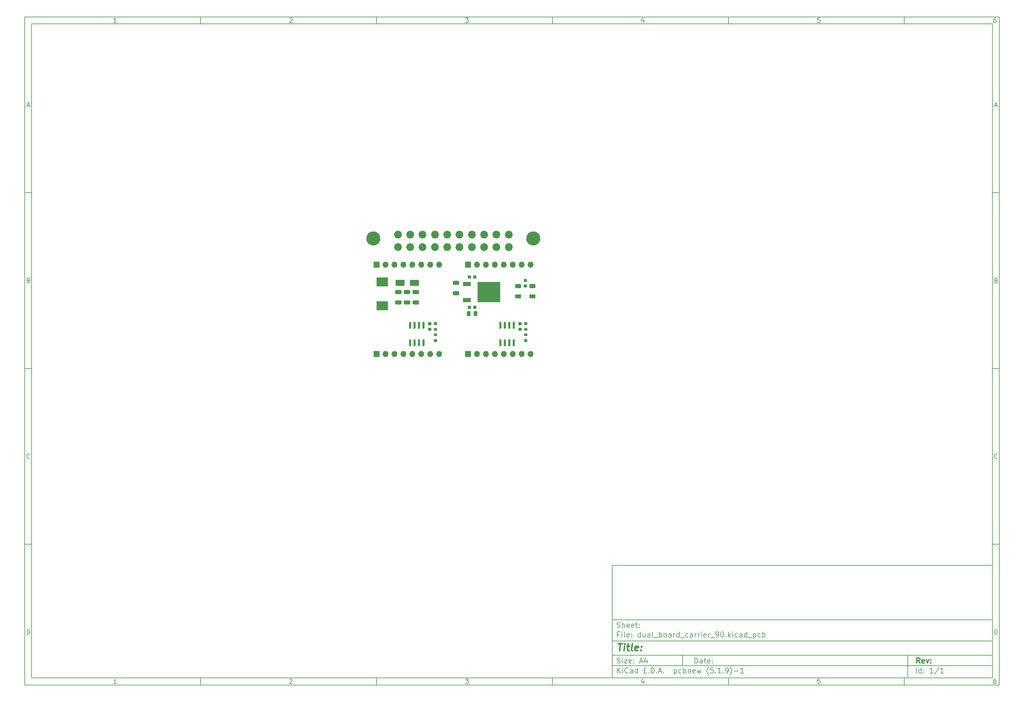
<source format=gbr>
%TF.GenerationSoftware,KiCad,Pcbnew,(5.1.9)-1*%
%TF.CreationDate,2021-02-06T18:14:13-06:00*%
%TF.ProjectId,dual_board_carrier_90,6475616c-5f62-46f6-9172-645f63617272,rev?*%
%TF.SameCoordinates,Original*%
%TF.FileFunction,Soldermask,Top*%
%TF.FilePolarity,Negative*%
%FSLAX46Y46*%
G04 Gerber Fmt 4.6, Leading zero omitted, Abs format (unit mm)*
G04 Created by KiCad (PCBNEW (5.1.9)-1) date 2021-02-06 18:14:13*
%MOMM*%
%LPD*%
G01*
G04 APERTURE LIST*
%ADD10C,0.100000*%
%ADD11C,0.150000*%
%ADD12C,0.300000*%
%ADD13C,0.400000*%
%ADD14R,6.400000X5.800000*%
%ADD15R,2.200000X1.200000*%
%ADD16O,1.700000X1.700000*%
%ADD17R,1.700000X1.700000*%
%ADD18R,2.500000X1.800000*%
%ADD19R,3.300000X2.500000*%
%ADD20C,2.200000*%
%ADD21C,4.000000*%
G04 APERTURE END LIST*
D10*
D11*
X177002200Y-166007200D02*
X177002200Y-198007200D01*
X285002200Y-198007200D01*
X285002200Y-166007200D01*
X177002200Y-166007200D01*
D10*
D11*
X10000000Y-10000000D02*
X10000000Y-200007200D01*
X287002200Y-200007200D01*
X287002200Y-10000000D01*
X10000000Y-10000000D01*
D10*
D11*
X12000000Y-12000000D02*
X12000000Y-198007200D01*
X285002200Y-198007200D01*
X285002200Y-12000000D01*
X12000000Y-12000000D01*
D10*
D11*
X60000000Y-12000000D02*
X60000000Y-10000000D01*
D10*
D11*
X110000000Y-12000000D02*
X110000000Y-10000000D01*
D10*
D11*
X160000000Y-12000000D02*
X160000000Y-10000000D01*
D10*
D11*
X210000000Y-12000000D02*
X210000000Y-10000000D01*
D10*
D11*
X260000000Y-12000000D02*
X260000000Y-10000000D01*
D10*
D11*
X36065476Y-11588095D02*
X35322619Y-11588095D01*
X35694047Y-11588095D02*
X35694047Y-10288095D01*
X35570238Y-10473809D01*
X35446428Y-10597619D01*
X35322619Y-10659523D01*
D10*
D11*
X85322619Y-10411904D02*
X85384523Y-10350000D01*
X85508333Y-10288095D01*
X85817857Y-10288095D01*
X85941666Y-10350000D01*
X86003571Y-10411904D01*
X86065476Y-10535714D01*
X86065476Y-10659523D01*
X86003571Y-10845238D01*
X85260714Y-11588095D01*
X86065476Y-11588095D01*
D10*
D11*
X135260714Y-10288095D02*
X136065476Y-10288095D01*
X135632142Y-10783333D01*
X135817857Y-10783333D01*
X135941666Y-10845238D01*
X136003571Y-10907142D01*
X136065476Y-11030952D01*
X136065476Y-11340476D01*
X136003571Y-11464285D01*
X135941666Y-11526190D01*
X135817857Y-11588095D01*
X135446428Y-11588095D01*
X135322619Y-11526190D01*
X135260714Y-11464285D01*
D10*
D11*
X185941666Y-10721428D02*
X185941666Y-11588095D01*
X185632142Y-10226190D02*
X185322619Y-11154761D01*
X186127380Y-11154761D01*
D10*
D11*
X236003571Y-10288095D02*
X235384523Y-10288095D01*
X235322619Y-10907142D01*
X235384523Y-10845238D01*
X235508333Y-10783333D01*
X235817857Y-10783333D01*
X235941666Y-10845238D01*
X236003571Y-10907142D01*
X236065476Y-11030952D01*
X236065476Y-11340476D01*
X236003571Y-11464285D01*
X235941666Y-11526190D01*
X235817857Y-11588095D01*
X235508333Y-11588095D01*
X235384523Y-11526190D01*
X235322619Y-11464285D01*
D10*
D11*
X285941666Y-10288095D02*
X285694047Y-10288095D01*
X285570238Y-10350000D01*
X285508333Y-10411904D01*
X285384523Y-10597619D01*
X285322619Y-10845238D01*
X285322619Y-11340476D01*
X285384523Y-11464285D01*
X285446428Y-11526190D01*
X285570238Y-11588095D01*
X285817857Y-11588095D01*
X285941666Y-11526190D01*
X286003571Y-11464285D01*
X286065476Y-11340476D01*
X286065476Y-11030952D01*
X286003571Y-10907142D01*
X285941666Y-10845238D01*
X285817857Y-10783333D01*
X285570238Y-10783333D01*
X285446428Y-10845238D01*
X285384523Y-10907142D01*
X285322619Y-11030952D01*
D10*
D11*
X60000000Y-198007200D02*
X60000000Y-200007200D01*
D10*
D11*
X110000000Y-198007200D02*
X110000000Y-200007200D01*
D10*
D11*
X160000000Y-198007200D02*
X160000000Y-200007200D01*
D10*
D11*
X210000000Y-198007200D02*
X210000000Y-200007200D01*
D10*
D11*
X260000000Y-198007200D02*
X260000000Y-200007200D01*
D10*
D11*
X36065476Y-199595295D02*
X35322619Y-199595295D01*
X35694047Y-199595295D02*
X35694047Y-198295295D01*
X35570238Y-198481009D01*
X35446428Y-198604819D01*
X35322619Y-198666723D01*
D10*
D11*
X85322619Y-198419104D02*
X85384523Y-198357200D01*
X85508333Y-198295295D01*
X85817857Y-198295295D01*
X85941666Y-198357200D01*
X86003571Y-198419104D01*
X86065476Y-198542914D01*
X86065476Y-198666723D01*
X86003571Y-198852438D01*
X85260714Y-199595295D01*
X86065476Y-199595295D01*
D10*
D11*
X135260714Y-198295295D02*
X136065476Y-198295295D01*
X135632142Y-198790533D01*
X135817857Y-198790533D01*
X135941666Y-198852438D01*
X136003571Y-198914342D01*
X136065476Y-199038152D01*
X136065476Y-199347676D01*
X136003571Y-199471485D01*
X135941666Y-199533390D01*
X135817857Y-199595295D01*
X135446428Y-199595295D01*
X135322619Y-199533390D01*
X135260714Y-199471485D01*
D10*
D11*
X185941666Y-198728628D02*
X185941666Y-199595295D01*
X185632142Y-198233390D02*
X185322619Y-199161961D01*
X186127380Y-199161961D01*
D10*
D11*
X236003571Y-198295295D02*
X235384523Y-198295295D01*
X235322619Y-198914342D01*
X235384523Y-198852438D01*
X235508333Y-198790533D01*
X235817857Y-198790533D01*
X235941666Y-198852438D01*
X236003571Y-198914342D01*
X236065476Y-199038152D01*
X236065476Y-199347676D01*
X236003571Y-199471485D01*
X235941666Y-199533390D01*
X235817857Y-199595295D01*
X235508333Y-199595295D01*
X235384523Y-199533390D01*
X235322619Y-199471485D01*
D10*
D11*
X285941666Y-198295295D02*
X285694047Y-198295295D01*
X285570238Y-198357200D01*
X285508333Y-198419104D01*
X285384523Y-198604819D01*
X285322619Y-198852438D01*
X285322619Y-199347676D01*
X285384523Y-199471485D01*
X285446428Y-199533390D01*
X285570238Y-199595295D01*
X285817857Y-199595295D01*
X285941666Y-199533390D01*
X286003571Y-199471485D01*
X286065476Y-199347676D01*
X286065476Y-199038152D01*
X286003571Y-198914342D01*
X285941666Y-198852438D01*
X285817857Y-198790533D01*
X285570238Y-198790533D01*
X285446428Y-198852438D01*
X285384523Y-198914342D01*
X285322619Y-199038152D01*
D10*
D11*
X10000000Y-60000000D02*
X12000000Y-60000000D01*
D10*
D11*
X10000000Y-110000000D02*
X12000000Y-110000000D01*
D10*
D11*
X10000000Y-160000000D02*
X12000000Y-160000000D01*
D10*
D11*
X10690476Y-35216666D02*
X11309523Y-35216666D01*
X10566666Y-35588095D02*
X11000000Y-34288095D01*
X11433333Y-35588095D01*
D10*
D11*
X11092857Y-84907142D02*
X11278571Y-84969047D01*
X11340476Y-85030952D01*
X11402380Y-85154761D01*
X11402380Y-85340476D01*
X11340476Y-85464285D01*
X11278571Y-85526190D01*
X11154761Y-85588095D01*
X10659523Y-85588095D01*
X10659523Y-84288095D01*
X11092857Y-84288095D01*
X11216666Y-84350000D01*
X11278571Y-84411904D01*
X11340476Y-84535714D01*
X11340476Y-84659523D01*
X11278571Y-84783333D01*
X11216666Y-84845238D01*
X11092857Y-84907142D01*
X10659523Y-84907142D01*
D10*
D11*
X11402380Y-135464285D02*
X11340476Y-135526190D01*
X11154761Y-135588095D01*
X11030952Y-135588095D01*
X10845238Y-135526190D01*
X10721428Y-135402380D01*
X10659523Y-135278571D01*
X10597619Y-135030952D01*
X10597619Y-134845238D01*
X10659523Y-134597619D01*
X10721428Y-134473809D01*
X10845238Y-134350000D01*
X11030952Y-134288095D01*
X11154761Y-134288095D01*
X11340476Y-134350000D01*
X11402380Y-134411904D01*
D10*
D11*
X10659523Y-185588095D02*
X10659523Y-184288095D01*
X10969047Y-184288095D01*
X11154761Y-184350000D01*
X11278571Y-184473809D01*
X11340476Y-184597619D01*
X11402380Y-184845238D01*
X11402380Y-185030952D01*
X11340476Y-185278571D01*
X11278571Y-185402380D01*
X11154761Y-185526190D01*
X10969047Y-185588095D01*
X10659523Y-185588095D01*
D10*
D11*
X287002200Y-60000000D02*
X285002200Y-60000000D01*
D10*
D11*
X287002200Y-110000000D02*
X285002200Y-110000000D01*
D10*
D11*
X287002200Y-160000000D02*
X285002200Y-160000000D01*
D10*
D11*
X285692676Y-35216666D02*
X286311723Y-35216666D01*
X285568866Y-35588095D02*
X286002200Y-34288095D01*
X286435533Y-35588095D01*
D10*
D11*
X286095057Y-84907142D02*
X286280771Y-84969047D01*
X286342676Y-85030952D01*
X286404580Y-85154761D01*
X286404580Y-85340476D01*
X286342676Y-85464285D01*
X286280771Y-85526190D01*
X286156961Y-85588095D01*
X285661723Y-85588095D01*
X285661723Y-84288095D01*
X286095057Y-84288095D01*
X286218866Y-84350000D01*
X286280771Y-84411904D01*
X286342676Y-84535714D01*
X286342676Y-84659523D01*
X286280771Y-84783333D01*
X286218866Y-84845238D01*
X286095057Y-84907142D01*
X285661723Y-84907142D01*
D10*
D11*
X286404580Y-135464285D02*
X286342676Y-135526190D01*
X286156961Y-135588095D01*
X286033152Y-135588095D01*
X285847438Y-135526190D01*
X285723628Y-135402380D01*
X285661723Y-135278571D01*
X285599819Y-135030952D01*
X285599819Y-134845238D01*
X285661723Y-134597619D01*
X285723628Y-134473809D01*
X285847438Y-134350000D01*
X286033152Y-134288095D01*
X286156961Y-134288095D01*
X286342676Y-134350000D01*
X286404580Y-134411904D01*
D10*
D11*
X285661723Y-185588095D02*
X285661723Y-184288095D01*
X285971247Y-184288095D01*
X286156961Y-184350000D01*
X286280771Y-184473809D01*
X286342676Y-184597619D01*
X286404580Y-184845238D01*
X286404580Y-185030952D01*
X286342676Y-185278571D01*
X286280771Y-185402380D01*
X286156961Y-185526190D01*
X285971247Y-185588095D01*
X285661723Y-185588095D01*
D10*
D11*
X200434342Y-193785771D02*
X200434342Y-192285771D01*
X200791485Y-192285771D01*
X201005771Y-192357200D01*
X201148628Y-192500057D01*
X201220057Y-192642914D01*
X201291485Y-192928628D01*
X201291485Y-193142914D01*
X201220057Y-193428628D01*
X201148628Y-193571485D01*
X201005771Y-193714342D01*
X200791485Y-193785771D01*
X200434342Y-193785771D01*
X202577200Y-193785771D02*
X202577200Y-193000057D01*
X202505771Y-192857200D01*
X202362914Y-192785771D01*
X202077200Y-192785771D01*
X201934342Y-192857200D01*
X202577200Y-193714342D02*
X202434342Y-193785771D01*
X202077200Y-193785771D01*
X201934342Y-193714342D01*
X201862914Y-193571485D01*
X201862914Y-193428628D01*
X201934342Y-193285771D01*
X202077200Y-193214342D01*
X202434342Y-193214342D01*
X202577200Y-193142914D01*
X203077200Y-192785771D02*
X203648628Y-192785771D01*
X203291485Y-192285771D02*
X203291485Y-193571485D01*
X203362914Y-193714342D01*
X203505771Y-193785771D01*
X203648628Y-193785771D01*
X204720057Y-193714342D02*
X204577200Y-193785771D01*
X204291485Y-193785771D01*
X204148628Y-193714342D01*
X204077200Y-193571485D01*
X204077200Y-193000057D01*
X204148628Y-192857200D01*
X204291485Y-192785771D01*
X204577200Y-192785771D01*
X204720057Y-192857200D01*
X204791485Y-193000057D01*
X204791485Y-193142914D01*
X204077200Y-193285771D01*
X205434342Y-193642914D02*
X205505771Y-193714342D01*
X205434342Y-193785771D01*
X205362914Y-193714342D01*
X205434342Y-193642914D01*
X205434342Y-193785771D01*
X205434342Y-192857200D02*
X205505771Y-192928628D01*
X205434342Y-193000057D01*
X205362914Y-192928628D01*
X205434342Y-192857200D01*
X205434342Y-193000057D01*
D10*
D11*
X177002200Y-194507200D02*
X285002200Y-194507200D01*
D10*
D11*
X178434342Y-196585771D02*
X178434342Y-195085771D01*
X179291485Y-196585771D02*
X178648628Y-195728628D01*
X179291485Y-195085771D02*
X178434342Y-195942914D01*
X179934342Y-196585771D02*
X179934342Y-195585771D01*
X179934342Y-195085771D02*
X179862914Y-195157200D01*
X179934342Y-195228628D01*
X180005771Y-195157200D01*
X179934342Y-195085771D01*
X179934342Y-195228628D01*
X181505771Y-196442914D02*
X181434342Y-196514342D01*
X181220057Y-196585771D01*
X181077200Y-196585771D01*
X180862914Y-196514342D01*
X180720057Y-196371485D01*
X180648628Y-196228628D01*
X180577200Y-195942914D01*
X180577200Y-195728628D01*
X180648628Y-195442914D01*
X180720057Y-195300057D01*
X180862914Y-195157200D01*
X181077200Y-195085771D01*
X181220057Y-195085771D01*
X181434342Y-195157200D01*
X181505771Y-195228628D01*
X182791485Y-196585771D02*
X182791485Y-195800057D01*
X182720057Y-195657200D01*
X182577200Y-195585771D01*
X182291485Y-195585771D01*
X182148628Y-195657200D01*
X182791485Y-196514342D02*
X182648628Y-196585771D01*
X182291485Y-196585771D01*
X182148628Y-196514342D01*
X182077200Y-196371485D01*
X182077200Y-196228628D01*
X182148628Y-196085771D01*
X182291485Y-196014342D01*
X182648628Y-196014342D01*
X182791485Y-195942914D01*
X184148628Y-196585771D02*
X184148628Y-195085771D01*
X184148628Y-196514342D02*
X184005771Y-196585771D01*
X183720057Y-196585771D01*
X183577200Y-196514342D01*
X183505771Y-196442914D01*
X183434342Y-196300057D01*
X183434342Y-195871485D01*
X183505771Y-195728628D01*
X183577200Y-195657200D01*
X183720057Y-195585771D01*
X184005771Y-195585771D01*
X184148628Y-195657200D01*
X186005771Y-195800057D02*
X186505771Y-195800057D01*
X186720057Y-196585771D02*
X186005771Y-196585771D01*
X186005771Y-195085771D01*
X186720057Y-195085771D01*
X187362914Y-196442914D02*
X187434342Y-196514342D01*
X187362914Y-196585771D01*
X187291485Y-196514342D01*
X187362914Y-196442914D01*
X187362914Y-196585771D01*
X188077200Y-196585771D02*
X188077200Y-195085771D01*
X188434342Y-195085771D01*
X188648628Y-195157200D01*
X188791485Y-195300057D01*
X188862914Y-195442914D01*
X188934342Y-195728628D01*
X188934342Y-195942914D01*
X188862914Y-196228628D01*
X188791485Y-196371485D01*
X188648628Y-196514342D01*
X188434342Y-196585771D01*
X188077200Y-196585771D01*
X189577200Y-196442914D02*
X189648628Y-196514342D01*
X189577200Y-196585771D01*
X189505771Y-196514342D01*
X189577200Y-196442914D01*
X189577200Y-196585771D01*
X190220057Y-196157200D02*
X190934342Y-196157200D01*
X190077200Y-196585771D02*
X190577200Y-195085771D01*
X191077200Y-196585771D01*
X191577200Y-196442914D02*
X191648628Y-196514342D01*
X191577200Y-196585771D01*
X191505771Y-196514342D01*
X191577200Y-196442914D01*
X191577200Y-196585771D01*
X194577200Y-195585771D02*
X194577200Y-197085771D01*
X194577200Y-195657200D02*
X194720057Y-195585771D01*
X195005771Y-195585771D01*
X195148628Y-195657200D01*
X195220057Y-195728628D01*
X195291485Y-195871485D01*
X195291485Y-196300057D01*
X195220057Y-196442914D01*
X195148628Y-196514342D01*
X195005771Y-196585771D01*
X194720057Y-196585771D01*
X194577200Y-196514342D01*
X196577200Y-196514342D02*
X196434342Y-196585771D01*
X196148628Y-196585771D01*
X196005771Y-196514342D01*
X195934342Y-196442914D01*
X195862914Y-196300057D01*
X195862914Y-195871485D01*
X195934342Y-195728628D01*
X196005771Y-195657200D01*
X196148628Y-195585771D01*
X196434342Y-195585771D01*
X196577200Y-195657200D01*
X197220057Y-196585771D02*
X197220057Y-195085771D01*
X197220057Y-195657200D02*
X197362914Y-195585771D01*
X197648628Y-195585771D01*
X197791485Y-195657200D01*
X197862914Y-195728628D01*
X197934342Y-195871485D01*
X197934342Y-196300057D01*
X197862914Y-196442914D01*
X197791485Y-196514342D01*
X197648628Y-196585771D01*
X197362914Y-196585771D01*
X197220057Y-196514342D01*
X198577200Y-195585771D02*
X198577200Y-196585771D01*
X198577200Y-195728628D02*
X198648628Y-195657200D01*
X198791485Y-195585771D01*
X199005771Y-195585771D01*
X199148628Y-195657200D01*
X199220057Y-195800057D01*
X199220057Y-196585771D01*
X200505771Y-196514342D02*
X200362914Y-196585771D01*
X200077200Y-196585771D01*
X199934342Y-196514342D01*
X199862914Y-196371485D01*
X199862914Y-195800057D01*
X199934342Y-195657200D01*
X200077200Y-195585771D01*
X200362914Y-195585771D01*
X200505771Y-195657200D01*
X200577200Y-195800057D01*
X200577200Y-195942914D01*
X199862914Y-196085771D01*
X201077200Y-195585771D02*
X201362914Y-196585771D01*
X201648628Y-195871485D01*
X201934342Y-196585771D01*
X202220057Y-195585771D01*
X204362914Y-197157200D02*
X204291485Y-197085771D01*
X204148628Y-196871485D01*
X204077200Y-196728628D01*
X204005771Y-196514342D01*
X203934342Y-196157200D01*
X203934342Y-195871485D01*
X204005771Y-195514342D01*
X204077200Y-195300057D01*
X204148628Y-195157200D01*
X204291485Y-194942914D01*
X204362914Y-194871485D01*
X205648628Y-195085771D02*
X204934342Y-195085771D01*
X204862914Y-195800057D01*
X204934342Y-195728628D01*
X205077200Y-195657200D01*
X205434342Y-195657200D01*
X205577200Y-195728628D01*
X205648628Y-195800057D01*
X205720057Y-195942914D01*
X205720057Y-196300057D01*
X205648628Y-196442914D01*
X205577200Y-196514342D01*
X205434342Y-196585771D01*
X205077200Y-196585771D01*
X204934342Y-196514342D01*
X204862914Y-196442914D01*
X206362914Y-196442914D02*
X206434342Y-196514342D01*
X206362914Y-196585771D01*
X206291485Y-196514342D01*
X206362914Y-196442914D01*
X206362914Y-196585771D01*
X207862914Y-196585771D02*
X207005771Y-196585771D01*
X207434342Y-196585771D02*
X207434342Y-195085771D01*
X207291485Y-195300057D01*
X207148628Y-195442914D01*
X207005771Y-195514342D01*
X208505771Y-196442914D02*
X208577200Y-196514342D01*
X208505771Y-196585771D01*
X208434342Y-196514342D01*
X208505771Y-196442914D01*
X208505771Y-196585771D01*
X209291485Y-196585771D02*
X209577200Y-196585771D01*
X209720057Y-196514342D01*
X209791485Y-196442914D01*
X209934342Y-196228628D01*
X210005771Y-195942914D01*
X210005771Y-195371485D01*
X209934342Y-195228628D01*
X209862914Y-195157200D01*
X209720057Y-195085771D01*
X209434342Y-195085771D01*
X209291485Y-195157200D01*
X209220057Y-195228628D01*
X209148628Y-195371485D01*
X209148628Y-195728628D01*
X209220057Y-195871485D01*
X209291485Y-195942914D01*
X209434342Y-196014342D01*
X209720057Y-196014342D01*
X209862914Y-195942914D01*
X209934342Y-195871485D01*
X210005771Y-195728628D01*
X210505771Y-197157200D02*
X210577200Y-197085771D01*
X210720057Y-196871485D01*
X210791485Y-196728628D01*
X210862914Y-196514342D01*
X210934342Y-196157200D01*
X210934342Y-195871485D01*
X210862914Y-195514342D01*
X210791485Y-195300057D01*
X210720057Y-195157200D01*
X210577200Y-194942914D01*
X210505771Y-194871485D01*
X211648628Y-196014342D02*
X212791485Y-196014342D01*
X214291485Y-196585771D02*
X213434342Y-196585771D01*
X213862914Y-196585771D02*
X213862914Y-195085771D01*
X213720057Y-195300057D01*
X213577200Y-195442914D01*
X213434342Y-195514342D01*
D10*
D11*
X177002200Y-191507200D02*
X285002200Y-191507200D01*
D10*
D12*
X264411485Y-193785771D02*
X263911485Y-193071485D01*
X263554342Y-193785771D02*
X263554342Y-192285771D01*
X264125771Y-192285771D01*
X264268628Y-192357200D01*
X264340057Y-192428628D01*
X264411485Y-192571485D01*
X264411485Y-192785771D01*
X264340057Y-192928628D01*
X264268628Y-193000057D01*
X264125771Y-193071485D01*
X263554342Y-193071485D01*
X265625771Y-193714342D02*
X265482914Y-193785771D01*
X265197200Y-193785771D01*
X265054342Y-193714342D01*
X264982914Y-193571485D01*
X264982914Y-193000057D01*
X265054342Y-192857200D01*
X265197200Y-192785771D01*
X265482914Y-192785771D01*
X265625771Y-192857200D01*
X265697200Y-193000057D01*
X265697200Y-193142914D01*
X264982914Y-193285771D01*
X266197200Y-192785771D02*
X266554342Y-193785771D01*
X266911485Y-192785771D01*
X267482914Y-193642914D02*
X267554342Y-193714342D01*
X267482914Y-193785771D01*
X267411485Y-193714342D01*
X267482914Y-193642914D01*
X267482914Y-193785771D01*
X267482914Y-192857200D02*
X267554342Y-192928628D01*
X267482914Y-193000057D01*
X267411485Y-192928628D01*
X267482914Y-192857200D01*
X267482914Y-193000057D01*
D10*
D11*
X178362914Y-193714342D02*
X178577200Y-193785771D01*
X178934342Y-193785771D01*
X179077200Y-193714342D01*
X179148628Y-193642914D01*
X179220057Y-193500057D01*
X179220057Y-193357200D01*
X179148628Y-193214342D01*
X179077200Y-193142914D01*
X178934342Y-193071485D01*
X178648628Y-193000057D01*
X178505771Y-192928628D01*
X178434342Y-192857200D01*
X178362914Y-192714342D01*
X178362914Y-192571485D01*
X178434342Y-192428628D01*
X178505771Y-192357200D01*
X178648628Y-192285771D01*
X179005771Y-192285771D01*
X179220057Y-192357200D01*
X179862914Y-193785771D02*
X179862914Y-192785771D01*
X179862914Y-192285771D02*
X179791485Y-192357200D01*
X179862914Y-192428628D01*
X179934342Y-192357200D01*
X179862914Y-192285771D01*
X179862914Y-192428628D01*
X180434342Y-192785771D02*
X181220057Y-192785771D01*
X180434342Y-193785771D01*
X181220057Y-193785771D01*
X182362914Y-193714342D02*
X182220057Y-193785771D01*
X181934342Y-193785771D01*
X181791485Y-193714342D01*
X181720057Y-193571485D01*
X181720057Y-193000057D01*
X181791485Y-192857200D01*
X181934342Y-192785771D01*
X182220057Y-192785771D01*
X182362914Y-192857200D01*
X182434342Y-193000057D01*
X182434342Y-193142914D01*
X181720057Y-193285771D01*
X183077200Y-193642914D02*
X183148628Y-193714342D01*
X183077200Y-193785771D01*
X183005771Y-193714342D01*
X183077200Y-193642914D01*
X183077200Y-193785771D01*
X183077200Y-192857200D02*
X183148628Y-192928628D01*
X183077200Y-193000057D01*
X183005771Y-192928628D01*
X183077200Y-192857200D01*
X183077200Y-193000057D01*
X184862914Y-193357200D02*
X185577200Y-193357200D01*
X184720057Y-193785771D02*
X185220057Y-192285771D01*
X185720057Y-193785771D01*
X186862914Y-192785771D02*
X186862914Y-193785771D01*
X186505771Y-192214342D02*
X186148628Y-193285771D01*
X187077200Y-193285771D01*
D10*
D11*
X263434342Y-196585771D02*
X263434342Y-195085771D01*
X264791485Y-196585771D02*
X264791485Y-195085771D01*
X264791485Y-196514342D02*
X264648628Y-196585771D01*
X264362914Y-196585771D01*
X264220057Y-196514342D01*
X264148628Y-196442914D01*
X264077200Y-196300057D01*
X264077200Y-195871485D01*
X264148628Y-195728628D01*
X264220057Y-195657200D01*
X264362914Y-195585771D01*
X264648628Y-195585771D01*
X264791485Y-195657200D01*
X265505771Y-196442914D02*
X265577200Y-196514342D01*
X265505771Y-196585771D01*
X265434342Y-196514342D01*
X265505771Y-196442914D01*
X265505771Y-196585771D01*
X265505771Y-195657200D02*
X265577200Y-195728628D01*
X265505771Y-195800057D01*
X265434342Y-195728628D01*
X265505771Y-195657200D01*
X265505771Y-195800057D01*
X268148628Y-196585771D02*
X267291485Y-196585771D01*
X267720057Y-196585771D02*
X267720057Y-195085771D01*
X267577200Y-195300057D01*
X267434342Y-195442914D01*
X267291485Y-195514342D01*
X269862914Y-195014342D02*
X268577200Y-196942914D01*
X271148628Y-196585771D02*
X270291485Y-196585771D01*
X270720057Y-196585771D02*
X270720057Y-195085771D01*
X270577200Y-195300057D01*
X270434342Y-195442914D01*
X270291485Y-195514342D01*
D10*
D11*
X177002200Y-187507200D02*
X285002200Y-187507200D01*
D10*
D13*
X178714580Y-188211961D02*
X179857438Y-188211961D01*
X179036009Y-190211961D02*
X179286009Y-188211961D01*
X180274104Y-190211961D02*
X180440771Y-188878628D01*
X180524104Y-188211961D02*
X180416961Y-188307200D01*
X180500295Y-188402438D01*
X180607438Y-188307200D01*
X180524104Y-188211961D01*
X180500295Y-188402438D01*
X181107438Y-188878628D02*
X181869342Y-188878628D01*
X181476485Y-188211961D02*
X181262200Y-189926247D01*
X181333628Y-190116723D01*
X181512200Y-190211961D01*
X181702676Y-190211961D01*
X182655057Y-190211961D02*
X182476485Y-190116723D01*
X182405057Y-189926247D01*
X182619342Y-188211961D01*
X184190771Y-190116723D02*
X183988390Y-190211961D01*
X183607438Y-190211961D01*
X183428866Y-190116723D01*
X183357438Y-189926247D01*
X183452676Y-189164342D01*
X183571723Y-188973866D01*
X183774104Y-188878628D01*
X184155057Y-188878628D01*
X184333628Y-188973866D01*
X184405057Y-189164342D01*
X184381247Y-189354819D01*
X183405057Y-189545295D01*
X185155057Y-190021485D02*
X185238390Y-190116723D01*
X185131247Y-190211961D01*
X185047914Y-190116723D01*
X185155057Y-190021485D01*
X185131247Y-190211961D01*
X185286009Y-188973866D02*
X185369342Y-189069104D01*
X185262200Y-189164342D01*
X185178866Y-189069104D01*
X185286009Y-188973866D01*
X185262200Y-189164342D01*
D10*
D11*
X178934342Y-185600057D02*
X178434342Y-185600057D01*
X178434342Y-186385771D02*
X178434342Y-184885771D01*
X179148628Y-184885771D01*
X179720057Y-186385771D02*
X179720057Y-185385771D01*
X179720057Y-184885771D02*
X179648628Y-184957200D01*
X179720057Y-185028628D01*
X179791485Y-184957200D01*
X179720057Y-184885771D01*
X179720057Y-185028628D01*
X180648628Y-186385771D02*
X180505771Y-186314342D01*
X180434342Y-186171485D01*
X180434342Y-184885771D01*
X181791485Y-186314342D02*
X181648628Y-186385771D01*
X181362914Y-186385771D01*
X181220057Y-186314342D01*
X181148628Y-186171485D01*
X181148628Y-185600057D01*
X181220057Y-185457200D01*
X181362914Y-185385771D01*
X181648628Y-185385771D01*
X181791485Y-185457200D01*
X181862914Y-185600057D01*
X181862914Y-185742914D01*
X181148628Y-185885771D01*
X182505771Y-186242914D02*
X182577200Y-186314342D01*
X182505771Y-186385771D01*
X182434342Y-186314342D01*
X182505771Y-186242914D01*
X182505771Y-186385771D01*
X182505771Y-185457200D02*
X182577200Y-185528628D01*
X182505771Y-185600057D01*
X182434342Y-185528628D01*
X182505771Y-185457200D01*
X182505771Y-185600057D01*
X185005771Y-186385771D02*
X185005771Y-184885771D01*
X185005771Y-186314342D02*
X184862914Y-186385771D01*
X184577200Y-186385771D01*
X184434342Y-186314342D01*
X184362914Y-186242914D01*
X184291485Y-186100057D01*
X184291485Y-185671485D01*
X184362914Y-185528628D01*
X184434342Y-185457200D01*
X184577200Y-185385771D01*
X184862914Y-185385771D01*
X185005771Y-185457200D01*
X186362914Y-185385771D02*
X186362914Y-186385771D01*
X185720057Y-185385771D02*
X185720057Y-186171485D01*
X185791485Y-186314342D01*
X185934342Y-186385771D01*
X186148628Y-186385771D01*
X186291485Y-186314342D01*
X186362914Y-186242914D01*
X187720057Y-186385771D02*
X187720057Y-185600057D01*
X187648628Y-185457200D01*
X187505771Y-185385771D01*
X187220057Y-185385771D01*
X187077200Y-185457200D01*
X187720057Y-186314342D02*
X187577200Y-186385771D01*
X187220057Y-186385771D01*
X187077200Y-186314342D01*
X187005771Y-186171485D01*
X187005771Y-186028628D01*
X187077200Y-185885771D01*
X187220057Y-185814342D01*
X187577200Y-185814342D01*
X187720057Y-185742914D01*
X188648628Y-186385771D02*
X188505771Y-186314342D01*
X188434342Y-186171485D01*
X188434342Y-184885771D01*
X188862914Y-186528628D02*
X190005771Y-186528628D01*
X190362914Y-186385771D02*
X190362914Y-184885771D01*
X190362914Y-185457200D02*
X190505771Y-185385771D01*
X190791485Y-185385771D01*
X190934342Y-185457200D01*
X191005771Y-185528628D01*
X191077200Y-185671485D01*
X191077200Y-186100057D01*
X191005771Y-186242914D01*
X190934342Y-186314342D01*
X190791485Y-186385771D01*
X190505771Y-186385771D01*
X190362914Y-186314342D01*
X191934342Y-186385771D02*
X191791485Y-186314342D01*
X191720057Y-186242914D01*
X191648628Y-186100057D01*
X191648628Y-185671485D01*
X191720057Y-185528628D01*
X191791485Y-185457200D01*
X191934342Y-185385771D01*
X192148628Y-185385771D01*
X192291485Y-185457200D01*
X192362914Y-185528628D01*
X192434342Y-185671485D01*
X192434342Y-186100057D01*
X192362914Y-186242914D01*
X192291485Y-186314342D01*
X192148628Y-186385771D01*
X191934342Y-186385771D01*
X193720057Y-186385771D02*
X193720057Y-185600057D01*
X193648628Y-185457200D01*
X193505771Y-185385771D01*
X193220057Y-185385771D01*
X193077200Y-185457200D01*
X193720057Y-186314342D02*
X193577200Y-186385771D01*
X193220057Y-186385771D01*
X193077200Y-186314342D01*
X193005771Y-186171485D01*
X193005771Y-186028628D01*
X193077200Y-185885771D01*
X193220057Y-185814342D01*
X193577200Y-185814342D01*
X193720057Y-185742914D01*
X194434342Y-186385771D02*
X194434342Y-185385771D01*
X194434342Y-185671485D02*
X194505771Y-185528628D01*
X194577200Y-185457200D01*
X194720057Y-185385771D01*
X194862914Y-185385771D01*
X196005771Y-186385771D02*
X196005771Y-184885771D01*
X196005771Y-186314342D02*
X195862914Y-186385771D01*
X195577200Y-186385771D01*
X195434342Y-186314342D01*
X195362914Y-186242914D01*
X195291485Y-186100057D01*
X195291485Y-185671485D01*
X195362914Y-185528628D01*
X195434342Y-185457200D01*
X195577200Y-185385771D01*
X195862914Y-185385771D01*
X196005771Y-185457200D01*
X196362914Y-186528628D02*
X197505771Y-186528628D01*
X198505771Y-186314342D02*
X198362914Y-186385771D01*
X198077200Y-186385771D01*
X197934342Y-186314342D01*
X197862914Y-186242914D01*
X197791485Y-186100057D01*
X197791485Y-185671485D01*
X197862914Y-185528628D01*
X197934342Y-185457200D01*
X198077200Y-185385771D01*
X198362914Y-185385771D01*
X198505771Y-185457200D01*
X199791485Y-186385771D02*
X199791485Y-185600057D01*
X199720057Y-185457200D01*
X199577200Y-185385771D01*
X199291485Y-185385771D01*
X199148628Y-185457200D01*
X199791485Y-186314342D02*
X199648628Y-186385771D01*
X199291485Y-186385771D01*
X199148628Y-186314342D01*
X199077200Y-186171485D01*
X199077200Y-186028628D01*
X199148628Y-185885771D01*
X199291485Y-185814342D01*
X199648628Y-185814342D01*
X199791485Y-185742914D01*
X200505771Y-186385771D02*
X200505771Y-185385771D01*
X200505771Y-185671485D02*
X200577200Y-185528628D01*
X200648628Y-185457200D01*
X200791485Y-185385771D01*
X200934342Y-185385771D01*
X201434342Y-186385771D02*
X201434342Y-185385771D01*
X201434342Y-185671485D02*
X201505771Y-185528628D01*
X201577200Y-185457200D01*
X201720057Y-185385771D01*
X201862914Y-185385771D01*
X202362914Y-186385771D02*
X202362914Y-185385771D01*
X202362914Y-184885771D02*
X202291485Y-184957200D01*
X202362914Y-185028628D01*
X202434342Y-184957200D01*
X202362914Y-184885771D01*
X202362914Y-185028628D01*
X203648628Y-186314342D02*
X203505771Y-186385771D01*
X203220057Y-186385771D01*
X203077200Y-186314342D01*
X203005771Y-186171485D01*
X203005771Y-185600057D01*
X203077200Y-185457200D01*
X203220057Y-185385771D01*
X203505771Y-185385771D01*
X203648628Y-185457200D01*
X203720057Y-185600057D01*
X203720057Y-185742914D01*
X203005771Y-185885771D01*
X204362914Y-186385771D02*
X204362914Y-185385771D01*
X204362914Y-185671485D02*
X204434342Y-185528628D01*
X204505771Y-185457200D01*
X204648628Y-185385771D01*
X204791485Y-185385771D01*
X204934342Y-186528628D02*
X206077200Y-186528628D01*
X206505771Y-186385771D02*
X206791485Y-186385771D01*
X206934342Y-186314342D01*
X207005771Y-186242914D01*
X207148628Y-186028628D01*
X207220057Y-185742914D01*
X207220057Y-185171485D01*
X207148628Y-185028628D01*
X207077200Y-184957200D01*
X206934342Y-184885771D01*
X206648628Y-184885771D01*
X206505771Y-184957200D01*
X206434342Y-185028628D01*
X206362914Y-185171485D01*
X206362914Y-185528628D01*
X206434342Y-185671485D01*
X206505771Y-185742914D01*
X206648628Y-185814342D01*
X206934342Y-185814342D01*
X207077200Y-185742914D01*
X207148628Y-185671485D01*
X207220057Y-185528628D01*
X208148628Y-184885771D02*
X208291485Y-184885771D01*
X208434342Y-184957200D01*
X208505771Y-185028628D01*
X208577200Y-185171485D01*
X208648628Y-185457200D01*
X208648628Y-185814342D01*
X208577200Y-186100057D01*
X208505771Y-186242914D01*
X208434342Y-186314342D01*
X208291485Y-186385771D01*
X208148628Y-186385771D01*
X208005771Y-186314342D01*
X207934342Y-186242914D01*
X207862914Y-186100057D01*
X207791485Y-185814342D01*
X207791485Y-185457200D01*
X207862914Y-185171485D01*
X207934342Y-185028628D01*
X208005771Y-184957200D01*
X208148628Y-184885771D01*
X209291485Y-186242914D02*
X209362914Y-186314342D01*
X209291485Y-186385771D01*
X209220057Y-186314342D01*
X209291485Y-186242914D01*
X209291485Y-186385771D01*
X210005771Y-186385771D02*
X210005771Y-184885771D01*
X210148628Y-185814342D02*
X210577200Y-186385771D01*
X210577200Y-185385771D02*
X210005771Y-185957200D01*
X211220057Y-186385771D02*
X211220057Y-185385771D01*
X211220057Y-184885771D02*
X211148628Y-184957200D01*
X211220057Y-185028628D01*
X211291485Y-184957200D01*
X211220057Y-184885771D01*
X211220057Y-185028628D01*
X212577200Y-186314342D02*
X212434342Y-186385771D01*
X212148628Y-186385771D01*
X212005771Y-186314342D01*
X211934342Y-186242914D01*
X211862914Y-186100057D01*
X211862914Y-185671485D01*
X211934342Y-185528628D01*
X212005771Y-185457200D01*
X212148628Y-185385771D01*
X212434342Y-185385771D01*
X212577200Y-185457200D01*
X213862914Y-186385771D02*
X213862914Y-185600057D01*
X213791485Y-185457200D01*
X213648628Y-185385771D01*
X213362914Y-185385771D01*
X213220057Y-185457200D01*
X213862914Y-186314342D02*
X213720057Y-186385771D01*
X213362914Y-186385771D01*
X213220057Y-186314342D01*
X213148628Y-186171485D01*
X213148628Y-186028628D01*
X213220057Y-185885771D01*
X213362914Y-185814342D01*
X213720057Y-185814342D01*
X213862914Y-185742914D01*
X215220057Y-186385771D02*
X215220057Y-184885771D01*
X215220057Y-186314342D02*
X215077200Y-186385771D01*
X214791485Y-186385771D01*
X214648628Y-186314342D01*
X214577200Y-186242914D01*
X214505771Y-186100057D01*
X214505771Y-185671485D01*
X214577200Y-185528628D01*
X214648628Y-185457200D01*
X214791485Y-185385771D01*
X215077200Y-185385771D01*
X215220057Y-185457200D01*
X215577200Y-186528628D02*
X216720057Y-186528628D01*
X217077200Y-185385771D02*
X217077200Y-186885771D01*
X217077200Y-185457200D02*
X217220057Y-185385771D01*
X217505771Y-185385771D01*
X217648628Y-185457200D01*
X217720057Y-185528628D01*
X217791485Y-185671485D01*
X217791485Y-186100057D01*
X217720057Y-186242914D01*
X217648628Y-186314342D01*
X217505771Y-186385771D01*
X217220057Y-186385771D01*
X217077200Y-186314342D01*
X219077200Y-186314342D02*
X218934342Y-186385771D01*
X218648628Y-186385771D01*
X218505771Y-186314342D01*
X218434342Y-186242914D01*
X218362914Y-186100057D01*
X218362914Y-185671485D01*
X218434342Y-185528628D01*
X218505771Y-185457200D01*
X218648628Y-185385771D01*
X218934342Y-185385771D01*
X219077200Y-185457200D01*
X219720057Y-186385771D02*
X219720057Y-184885771D01*
X219720057Y-185457200D02*
X219862914Y-185385771D01*
X220148628Y-185385771D01*
X220291485Y-185457200D01*
X220362914Y-185528628D01*
X220434342Y-185671485D01*
X220434342Y-186100057D01*
X220362914Y-186242914D01*
X220291485Y-186314342D01*
X220148628Y-186385771D01*
X219862914Y-186385771D01*
X219720057Y-186314342D01*
D10*
D11*
X177002200Y-181507200D02*
X285002200Y-181507200D01*
D10*
D11*
X178362914Y-183614342D02*
X178577200Y-183685771D01*
X178934342Y-183685771D01*
X179077200Y-183614342D01*
X179148628Y-183542914D01*
X179220057Y-183400057D01*
X179220057Y-183257200D01*
X179148628Y-183114342D01*
X179077200Y-183042914D01*
X178934342Y-182971485D01*
X178648628Y-182900057D01*
X178505771Y-182828628D01*
X178434342Y-182757200D01*
X178362914Y-182614342D01*
X178362914Y-182471485D01*
X178434342Y-182328628D01*
X178505771Y-182257200D01*
X178648628Y-182185771D01*
X179005771Y-182185771D01*
X179220057Y-182257200D01*
X179862914Y-183685771D02*
X179862914Y-182185771D01*
X180505771Y-183685771D02*
X180505771Y-182900057D01*
X180434342Y-182757200D01*
X180291485Y-182685771D01*
X180077200Y-182685771D01*
X179934342Y-182757200D01*
X179862914Y-182828628D01*
X181791485Y-183614342D02*
X181648628Y-183685771D01*
X181362914Y-183685771D01*
X181220057Y-183614342D01*
X181148628Y-183471485D01*
X181148628Y-182900057D01*
X181220057Y-182757200D01*
X181362914Y-182685771D01*
X181648628Y-182685771D01*
X181791485Y-182757200D01*
X181862914Y-182900057D01*
X181862914Y-183042914D01*
X181148628Y-183185771D01*
X183077200Y-183614342D02*
X182934342Y-183685771D01*
X182648628Y-183685771D01*
X182505771Y-183614342D01*
X182434342Y-183471485D01*
X182434342Y-182900057D01*
X182505771Y-182757200D01*
X182648628Y-182685771D01*
X182934342Y-182685771D01*
X183077200Y-182757200D01*
X183148628Y-182900057D01*
X183148628Y-183042914D01*
X182434342Y-183185771D01*
X183577200Y-182685771D02*
X184148628Y-182685771D01*
X183791485Y-182185771D02*
X183791485Y-183471485D01*
X183862914Y-183614342D01*
X184005771Y-183685771D01*
X184148628Y-183685771D01*
X184648628Y-183542914D02*
X184720057Y-183614342D01*
X184648628Y-183685771D01*
X184577200Y-183614342D01*
X184648628Y-183542914D01*
X184648628Y-183685771D01*
X184648628Y-182757200D02*
X184720057Y-182828628D01*
X184648628Y-182900057D01*
X184577200Y-182828628D01*
X184648628Y-182757200D01*
X184648628Y-182900057D01*
D10*
D11*
X197002200Y-191507200D02*
X197002200Y-194507200D01*
D10*
D11*
X261002200Y-191507200D02*
X261002200Y-198007200D01*
%TO.C,U3*%
G36*
G01*
X145311000Y-98703000D02*
X145011000Y-98703000D01*
G75*
G02*
X144861000Y-98553000I0J150000D01*
G01*
X144861000Y-96903000D01*
G75*
G02*
X145011000Y-96753000I150000J0D01*
G01*
X145311000Y-96753000D01*
G75*
G02*
X145461000Y-96903000I0J-150000D01*
G01*
X145461000Y-98553000D01*
G75*
G02*
X145311000Y-98703000I-150000J0D01*
G01*
G37*
G36*
G01*
X146581000Y-98703000D02*
X146281000Y-98703000D01*
G75*
G02*
X146131000Y-98553000I0J150000D01*
G01*
X146131000Y-96903000D01*
G75*
G02*
X146281000Y-96753000I150000J0D01*
G01*
X146581000Y-96753000D01*
G75*
G02*
X146731000Y-96903000I0J-150000D01*
G01*
X146731000Y-98553000D01*
G75*
G02*
X146581000Y-98703000I-150000J0D01*
G01*
G37*
G36*
G01*
X147851000Y-98703000D02*
X147551000Y-98703000D01*
G75*
G02*
X147401000Y-98553000I0J150000D01*
G01*
X147401000Y-96903000D01*
G75*
G02*
X147551000Y-96753000I150000J0D01*
G01*
X147851000Y-96753000D01*
G75*
G02*
X148001000Y-96903000I0J-150000D01*
G01*
X148001000Y-98553000D01*
G75*
G02*
X147851000Y-98703000I-150000J0D01*
G01*
G37*
G36*
G01*
X149121000Y-98703000D02*
X148821000Y-98703000D01*
G75*
G02*
X148671000Y-98553000I0J150000D01*
G01*
X148671000Y-96903000D01*
G75*
G02*
X148821000Y-96753000I150000J0D01*
G01*
X149121000Y-96753000D01*
G75*
G02*
X149271000Y-96903000I0J-150000D01*
G01*
X149271000Y-98553000D01*
G75*
G02*
X149121000Y-98703000I-150000J0D01*
G01*
G37*
G36*
G01*
X149121000Y-103653000D02*
X148821000Y-103653000D01*
G75*
G02*
X148671000Y-103503000I0J150000D01*
G01*
X148671000Y-101853000D01*
G75*
G02*
X148821000Y-101703000I150000J0D01*
G01*
X149121000Y-101703000D01*
G75*
G02*
X149271000Y-101853000I0J-150000D01*
G01*
X149271000Y-103503000D01*
G75*
G02*
X149121000Y-103653000I-150000J0D01*
G01*
G37*
G36*
G01*
X147851000Y-103653000D02*
X147551000Y-103653000D01*
G75*
G02*
X147401000Y-103503000I0J150000D01*
G01*
X147401000Y-101853000D01*
G75*
G02*
X147551000Y-101703000I150000J0D01*
G01*
X147851000Y-101703000D01*
G75*
G02*
X148001000Y-101853000I0J-150000D01*
G01*
X148001000Y-103503000D01*
G75*
G02*
X147851000Y-103653000I-150000J0D01*
G01*
G37*
G36*
G01*
X146581000Y-103653000D02*
X146281000Y-103653000D01*
G75*
G02*
X146131000Y-103503000I0J150000D01*
G01*
X146131000Y-101853000D01*
G75*
G02*
X146281000Y-101703000I150000J0D01*
G01*
X146581000Y-101703000D01*
G75*
G02*
X146731000Y-101853000I0J-150000D01*
G01*
X146731000Y-103503000D01*
G75*
G02*
X146581000Y-103653000I-150000J0D01*
G01*
G37*
G36*
G01*
X145311000Y-103653000D02*
X145011000Y-103653000D01*
G75*
G02*
X144861000Y-103503000I0J150000D01*
G01*
X144861000Y-101853000D01*
G75*
G02*
X145011000Y-101703000I150000J0D01*
G01*
X145311000Y-101703000D01*
G75*
G02*
X145461000Y-101853000I0J-150000D01*
G01*
X145461000Y-103503000D01*
G75*
G02*
X145311000Y-103653000I-150000J0D01*
G01*
G37*
%TD*%
D14*
%TO.C,U2*%
X141927000Y-88265000D03*
D15*
X135627000Y-90545000D03*
X135627000Y-85985000D03*
%TD*%
%TO.C,U1*%
G36*
G01*
X119657000Y-98703000D02*
X119357000Y-98703000D01*
G75*
G02*
X119207000Y-98553000I0J150000D01*
G01*
X119207000Y-96903000D01*
G75*
G02*
X119357000Y-96753000I150000J0D01*
G01*
X119657000Y-96753000D01*
G75*
G02*
X119807000Y-96903000I0J-150000D01*
G01*
X119807000Y-98553000D01*
G75*
G02*
X119657000Y-98703000I-150000J0D01*
G01*
G37*
G36*
G01*
X120927000Y-98703000D02*
X120627000Y-98703000D01*
G75*
G02*
X120477000Y-98553000I0J150000D01*
G01*
X120477000Y-96903000D01*
G75*
G02*
X120627000Y-96753000I150000J0D01*
G01*
X120927000Y-96753000D01*
G75*
G02*
X121077000Y-96903000I0J-150000D01*
G01*
X121077000Y-98553000D01*
G75*
G02*
X120927000Y-98703000I-150000J0D01*
G01*
G37*
G36*
G01*
X122197000Y-98703000D02*
X121897000Y-98703000D01*
G75*
G02*
X121747000Y-98553000I0J150000D01*
G01*
X121747000Y-96903000D01*
G75*
G02*
X121897000Y-96753000I150000J0D01*
G01*
X122197000Y-96753000D01*
G75*
G02*
X122347000Y-96903000I0J-150000D01*
G01*
X122347000Y-98553000D01*
G75*
G02*
X122197000Y-98703000I-150000J0D01*
G01*
G37*
G36*
G01*
X123467000Y-98703000D02*
X123167000Y-98703000D01*
G75*
G02*
X123017000Y-98553000I0J150000D01*
G01*
X123017000Y-96903000D01*
G75*
G02*
X123167000Y-96753000I150000J0D01*
G01*
X123467000Y-96753000D01*
G75*
G02*
X123617000Y-96903000I0J-150000D01*
G01*
X123617000Y-98553000D01*
G75*
G02*
X123467000Y-98703000I-150000J0D01*
G01*
G37*
G36*
G01*
X123467000Y-103653000D02*
X123167000Y-103653000D01*
G75*
G02*
X123017000Y-103503000I0J150000D01*
G01*
X123017000Y-101853000D01*
G75*
G02*
X123167000Y-101703000I150000J0D01*
G01*
X123467000Y-101703000D01*
G75*
G02*
X123617000Y-101853000I0J-150000D01*
G01*
X123617000Y-103503000D01*
G75*
G02*
X123467000Y-103653000I-150000J0D01*
G01*
G37*
G36*
G01*
X122197000Y-103653000D02*
X121897000Y-103653000D01*
G75*
G02*
X121747000Y-103503000I0J150000D01*
G01*
X121747000Y-101853000D01*
G75*
G02*
X121897000Y-101703000I150000J0D01*
G01*
X122197000Y-101703000D01*
G75*
G02*
X122347000Y-101853000I0J-150000D01*
G01*
X122347000Y-103503000D01*
G75*
G02*
X122197000Y-103653000I-150000J0D01*
G01*
G37*
G36*
G01*
X120927000Y-103653000D02*
X120627000Y-103653000D01*
G75*
G02*
X120477000Y-103503000I0J150000D01*
G01*
X120477000Y-101853000D01*
G75*
G02*
X120627000Y-101703000I150000J0D01*
G01*
X120927000Y-101703000D01*
G75*
G02*
X121077000Y-101853000I0J-150000D01*
G01*
X121077000Y-103503000D01*
G75*
G02*
X120927000Y-103653000I-150000J0D01*
G01*
G37*
G36*
G01*
X119657000Y-103653000D02*
X119357000Y-103653000D01*
G75*
G02*
X119207000Y-103503000I0J150000D01*
G01*
X119207000Y-101853000D01*
G75*
G02*
X119357000Y-101703000I150000J0D01*
G01*
X119657000Y-101703000D01*
G75*
G02*
X119807000Y-101853000I0J-150000D01*
G01*
X119807000Y-103503000D01*
G75*
G02*
X119657000Y-103653000I-150000J0D01*
G01*
G37*
%TD*%
%TO.C,R6*%
G36*
G01*
X154930002Y-87111000D02*
X153679998Y-87111000D01*
G75*
G02*
X153430000Y-86861002I0J249998D01*
G01*
X153430000Y-86235998D01*
G75*
G02*
X153679998Y-85986000I249998J0D01*
G01*
X154930002Y-85986000D01*
G75*
G02*
X155180000Y-86235998I0J-249998D01*
G01*
X155180000Y-86861002D01*
G75*
G02*
X154930002Y-87111000I-249998J0D01*
G01*
G37*
G36*
G01*
X154930002Y-90036000D02*
X153679998Y-90036000D01*
G75*
G02*
X153430000Y-89786002I0J249998D01*
G01*
X153430000Y-89160998D01*
G75*
G02*
X153679998Y-88911000I249998J0D01*
G01*
X154930002Y-88911000D01*
G75*
G02*
X155180000Y-89160998I0J-249998D01*
G01*
X155180000Y-89786002D01*
G75*
G02*
X154930002Y-90036000I-249998J0D01*
G01*
G37*
%TD*%
%TO.C,R5*%
G36*
G01*
X149615998Y-88911000D02*
X150866002Y-88911000D01*
G75*
G02*
X151116000Y-89160998I0J-249998D01*
G01*
X151116000Y-89786002D01*
G75*
G02*
X150866002Y-90036000I-249998J0D01*
G01*
X149615998Y-90036000D01*
G75*
G02*
X149366000Y-89786002I0J249998D01*
G01*
X149366000Y-89160998D01*
G75*
G02*
X149615998Y-88911000I249998J0D01*
G01*
G37*
G36*
G01*
X149615998Y-85986000D02*
X150866002Y-85986000D01*
G75*
G02*
X151116000Y-86235998I0J-249998D01*
G01*
X151116000Y-86861002D01*
G75*
G02*
X150866002Y-87111000I-249998J0D01*
G01*
X149615998Y-87111000D01*
G75*
G02*
X149366000Y-86861002I0J249998D01*
G01*
X149366000Y-86235998D01*
G75*
G02*
X149615998Y-85986000I249998J0D01*
G01*
G37*
%TD*%
%TO.C,R4*%
G36*
G01*
X152675000Y-97619000D02*
X152125000Y-97619000D01*
G75*
G02*
X151925000Y-97419000I0J200000D01*
G01*
X151925000Y-97019000D01*
G75*
G02*
X152125000Y-96819000I200000J0D01*
G01*
X152675000Y-96819000D01*
G75*
G02*
X152875000Y-97019000I0J-200000D01*
G01*
X152875000Y-97419000D01*
G75*
G02*
X152675000Y-97619000I-200000J0D01*
G01*
G37*
G36*
G01*
X152675000Y-99269000D02*
X152125000Y-99269000D01*
G75*
G02*
X151925000Y-99069000I0J200000D01*
G01*
X151925000Y-98669000D01*
G75*
G02*
X152125000Y-98469000I200000J0D01*
G01*
X152675000Y-98469000D01*
G75*
G02*
X152875000Y-98669000I0J-200000D01*
G01*
X152875000Y-99069000D01*
G75*
G02*
X152675000Y-99269000I-200000J0D01*
G01*
G37*
%TD*%
%TO.C,R3*%
G36*
G01*
X152675000Y-100794000D02*
X152125000Y-100794000D01*
G75*
G02*
X151925000Y-100594000I0J200000D01*
G01*
X151925000Y-100194000D01*
G75*
G02*
X152125000Y-99994000I200000J0D01*
G01*
X152675000Y-99994000D01*
G75*
G02*
X152875000Y-100194000I0J-200000D01*
G01*
X152875000Y-100594000D01*
G75*
G02*
X152675000Y-100794000I-200000J0D01*
G01*
G37*
G36*
G01*
X152675000Y-102444000D02*
X152125000Y-102444000D01*
G75*
G02*
X151925000Y-102244000I0J200000D01*
G01*
X151925000Y-101844000D01*
G75*
G02*
X152125000Y-101644000I200000J0D01*
G01*
X152675000Y-101644000D01*
G75*
G02*
X152875000Y-101844000I0J-200000D01*
G01*
X152875000Y-102244000D01*
G75*
G02*
X152675000Y-102444000I-200000J0D01*
G01*
G37*
%TD*%
%TO.C,R2*%
G36*
G01*
X127021000Y-97619000D02*
X126471000Y-97619000D01*
G75*
G02*
X126271000Y-97419000I0J200000D01*
G01*
X126271000Y-97019000D01*
G75*
G02*
X126471000Y-96819000I200000J0D01*
G01*
X127021000Y-96819000D01*
G75*
G02*
X127221000Y-97019000I0J-200000D01*
G01*
X127221000Y-97419000D01*
G75*
G02*
X127021000Y-97619000I-200000J0D01*
G01*
G37*
G36*
G01*
X127021000Y-99269000D02*
X126471000Y-99269000D01*
G75*
G02*
X126271000Y-99069000I0J200000D01*
G01*
X126271000Y-98669000D01*
G75*
G02*
X126471000Y-98469000I200000J0D01*
G01*
X127021000Y-98469000D01*
G75*
G02*
X127221000Y-98669000I0J-200000D01*
G01*
X127221000Y-99069000D01*
G75*
G02*
X127021000Y-99269000I-200000J0D01*
G01*
G37*
%TD*%
%TO.C,R1*%
G36*
G01*
X127021000Y-100794000D02*
X126471000Y-100794000D01*
G75*
G02*
X126271000Y-100594000I0J200000D01*
G01*
X126271000Y-100194000D01*
G75*
G02*
X126471000Y-99994000I200000J0D01*
G01*
X127021000Y-99994000D01*
G75*
G02*
X127221000Y-100194000I0J-200000D01*
G01*
X127221000Y-100594000D01*
G75*
G02*
X127021000Y-100794000I-200000J0D01*
G01*
G37*
G36*
G01*
X127021000Y-102444000D02*
X126471000Y-102444000D01*
G75*
G02*
X126271000Y-102244000I0J200000D01*
G01*
X126271000Y-101844000D01*
G75*
G02*
X126471000Y-101644000I200000J0D01*
G01*
X127021000Y-101644000D01*
G75*
G02*
X127221000Y-101844000I0J-200000D01*
G01*
X127221000Y-102244000D01*
G75*
G02*
X127021000Y-102444000I-200000J0D01*
G01*
G37*
%TD*%
D16*
%TO.C,J5*%
X153796000Y-80460000D03*
X151256000Y-80460000D03*
X148716000Y-80460000D03*
X146176000Y-80460000D03*
X143636000Y-80460000D03*
X141096000Y-80460000D03*
X138556000Y-80460000D03*
D17*
X136016000Y-80460000D03*
%TD*%
D16*
%TO.C,J4*%
X153796000Y-105860000D03*
X151256000Y-105860000D03*
X148716000Y-105860000D03*
X146176000Y-105860000D03*
X143636000Y-105860000D03*
X141096000Y-105860000D03*
X138556000Y-105860000D03*
D17*
X136016000Y-105860000D03*
%TD*%
D16*
%TO.C,J2*%
X127796000Y-80460000D03*
X125256000Y-80460000D03*
X122716000Y-80460000D03*
X120176000Y-80460000D03*
X117636000Y-80460000D03*
X115096000Y-80460000D03*
X112556000Y-80460000D03*
D17*
X110016000Y-80460000D03*
%TD*%
D16*
%TO.C,J1*%
X127796000Y-105860000D03*
X125256000Y-105860000D03*
X122716000Y-105860000D03*
X120176000Y-105860000D03*
X117636000Y-105860000D03*
X115096000Y-105860000D03*
X112556000Y-105860000D03*
D17*
X110016000Y-105860000D03*
%TD*%
D18*
%TO.C,D2*%
X116745000Y-85598000D03*
X120745000Y-85598000D03*
%TD*%
D19*
%TO.C,D1*%
X111633000Y-92173000D03*
X111633000Y-85373000D03*
%TD*%
%TO.C,C14*%
G36*
G01*
X152023000Y-86050000D02*
X152523000Y-86050000D01*
G75*
G02*
X152748000Y-86275000I0J-225000D01*
G01*
X152748000Y-86725000D01*
G75*
G02*
X152523000Y-86950000I-225000J0D01*
G01*
X152023000Y-86950000D01*
G75*
G02*
X151798000Y-86725000I0J225000D01*
G01*
X151798000Y-86275000D01*
G75*
G02*
X152023000Y-86050000I225000J0D01*
G01*
G37*
G36*
G01*
X152023000Y-84500000D02*
X152523000Y-84500000D01*
G75*
G02*
X152748000Y-84725000I0J-225000D01*
G01*
X152748000Y-85175000D01*
G75*
G02*
X152523000Y-85400000I-225000J0D01*
G01*
X152023000Y-85400000D01*
G75*
G02*
X151798000Y-85175000I0J225000D01*
G01*
X151798000Y-84725000D01*
G75*
G02*
X152023000Y-84500000I225000J0D01*
G01*
G37*
%TD*%
%TO.C,C11*%
G36*
G01*
X150999000Y-97719000D02*
X150499000Y-97719000D01*
G75*
G02*
X150274000Y-97494000I0J225000D01*
G01*
X150274000Y-97044000D01*
G75*
G02*
X150499000Y-96819000I225000J0D01*
G01*
X150999000Y-96819000D01*
G75*
G02*
X151224000Y-97044000I0J-225000D01*
G01*
X151224000Y-97494000D01*
G75*
G02*
X150999000Y-97719000I-225000J0D01*
G01*
G37*
G36*
G01*
X150999000Y-99269000D02*
X150499000Y-99269000D01*
G75*
G02*
X150274000Y-99044000I0J225000D01*
G01*
X150274000Y-98594000D01*
G75*
G02*
X150499000Y-98369000I225000J0D01*
G01*
X150999000Y-98369000D01*
G75*
G02*
X151224000Y-98594000I0J-225000D01*
G01*
X151224000Y-99044000D01*
G75*
G02*
X150999000Y-99269000I-225000J0D01*
G01*
G37*
%TD*%
%TO.C,C10*%
G36*
G01*
X131937999Y-88022000D02*
X133238001Y-88022000D01*
G75*
G02*
X133488000Y-88271999I0J-249999D01*
G01*
X133488000Y-88922001D01*
G75*
G02*
X133238001Y-89172000I-249999J0D01*
G01*
X131937999Y-89172000D01*
G75*
G02*
X131688000Y-88922001I0J249999D01*
G01*
X131688000Y-88271999D01*
G75*
G02*
X131937999Y-88022000I249999J0D01*
G01*
G37*
G36*
G01*
X131937999Y-85072000D02*
X133238001Y-85072000D01*
G75*
G02*
X133488000Y-85321999I0J-249999D01*
G01*
X133488000Y-85972001D01*
G75*
G02*
X133238001Y-86222000I-249999J0D01*
G01*
X131937999Y-86222000D01*
G75*
G02*
X131688000Y-85972001I0J249999D01*
G01*
X131688000Y-85321999D01*
G75*
G02*
X131937999Y-85072000I249999J0D01*
G01*
G37*
%TD*%
%TO.C,C9*%
G36*
G01*
X120507999Y-90625000D02*
X121808001Y-90625000D01*
G75*
G02*
X122058000Y-90874999I0J-249999D01*
G01*
X122058000Y-91525001D01*
G75*
G02*
X121808001Y-91775000I-249999J0D01*
G01*
X120507999Y-91775000D01*
G75*
G02*
X120258000Y-91525001I0J249999D01*
G01*
X120258000Y-90874999D01*
G75*
G02*
X120507999Y-90625000I249999J0D01*
G01*
G37*
G36*
G01*
X120507999Y-87675000D02*
X121808001Y-87675000D01*
G75*
G02*
X122058000Y-87924999I0J-249999D01*
G01*
X122058000Y-88575001D01*
G75*
G02*
X121808001Y-88825000I-249999J0D01*
G01*
X120507999Y-88825000D01*
G75*
G02*
X120258000Y-88575001I0J249999D01*
G01*
X120258000Y-87924999D01*
G75*
G02*
X120507999Y-87675000I249999J0D01*
G01*
G37*
%TD*%
%TO.C,C8*%
G36*
G01*
X119299001Y-88825000D02*
X117998999Y-88825000D01*
G75*
G02*
X117749000Y-88575001I0J249999D01*
G01*
X117749000Y-87924999D01*
G75*
G02*
X117998999Y-87675000I249999J0D01*
G01*
X119299001Y-87675000D01*
G75*
G02*
X119549000Y-87924999I0J-249999D01*
G01*
X119549000Y-88575001D01*
G75*
G02*
X119299001Y-88825000I-249999J0D01*
G01*
G37*
G36*
G01*
X119299001Y-91775000D02*
X117998999Y-91775000D01*
G75*
G02*
X117749000Y-91525001I0J249999D01*
G01*
X117749000Y-90874999D01*
G75*
G02*
X117998999Y-90625000I249999J0D01*
G01*
X119299001Y-90625000D01*
G75*
G02*
X119549000Y-90874999I0J-249999D01*
G01*
X119549000Y-91525001D01*
G75*
G02*
X119299001Y-91775000I-249999J0D01*
G01*
G37*
%TD*%
%TO.C,C7*%
G36*
G01*
X115554999Y-90625000D02*
X116855001Y-90625000D01*
G75*
G02*
X117105000Y-90874999I0J-249999D01*
G01*
X117105000Y-91525001D01*
G75*
G02*
X116855001Y-91775000I-249999J0D01*
G01*
X115554999Y-91775000D01*
G75*
G02*
X115305000Y-91525001I0J249999D01*
G01*
X115305000Y-90874999D01*
G75*
G02*
X115554999Y-90625000I249999J0D01*
G01*
G37*
G36*
G01*
X115554999Y-87675000D02*
X116855001Y-87675000D01*
G75*
G02*
X117105000Y-87924999I0J-249999D01*
G01*
X117105000Y-88575001D01*
G75*
G02*
X116855001Y-88825000I-249999J0D01*
G01*
X115554999Y-88825000D01*
G75*
G02*
X115305000Y-88575001I0J249999D01*
G01*
X115305000Y-87924999D01*
G75*
G02*
X115554999Y-87675000I249999J0D01*
G01*
G37*
%TD*%
%TO.C,C6*%
G36*
G01*
X137610000Y-94836000D02*
X137610000Y-93886000D01*
G75*
G02*
X137860000Y-93636000I250000J0D01*
G01*
X138360000Y-93636000D01*
G75*
G02*
X138610000Y-93886000I0J-250000D01*
G01*
X138610000Y-94836000D01*
G75*
G02*
X138360000Y-95086000I-250000J0D01*
G01*
X137860000Y-95086000D01*
G75*
G02*
X137610000Y-94836000I0J250000D01*
G01*
G37*
G36*
G01*
X135710000Y-94836000D02*
X135710000Y-93886000D01*
G75*
G02*
X135960000Y-93636000I250000J0D01*
G01*
X136460000Y-93636000D01*
G75*
G02*
X136710000Y-93886000I0J-250000D01*
G01*
X136710000Y-94836000D01*
G75*
G02*
X136460000Y-95086000I-250000J0D01*
G01*
X135960000Y-95086000D01*
G75*
G02*
X135710000Y-94836000I0J250000D01*
G01*
G37*
%TD*%
%TO.C,C3*%
G36*
G01*
X125345000Y-97719000D02*
X124845000Y-97719000D01*
G75*
G02*
X124620000Y-97494000I0J225000D01*
G01*
X124620000Y-97044000D01*
G75*
G02*
X124845000Y-96819000I225000J0D01*
G01*
X125345000Y-96819000D01*
G75*
G02*
X125570000Y-97044000I0J-225000D01*
G01*
X125570000Y-97494000D01*
G75*
G02*
X125345000Y-97719000I-225000J0D01*
G01*
G37*
G36*
G01*
X125345000Y-99269000D02*
X124845000Y-99269000D01*
G75*
G02*
X124620000Y-99044000I0J225000D01*
G01*
X124620000Y-98594000D01*
G75*
G02*
X124845000Y-98369000I225000J0D01*
G01*
X125345000Y-98369000D01*
G75*
G02*
X125570000Y-98594000I0J-225000D01*
G01*
X125570000Y-99044000D01*
G75*
G02*
X125345000Y-99269000I-225000J0D01*
G01*
G37*
%TD*%
%TO.C,C2*%
G36*
G01*
X137485000Y-92833000D02*
X137485000Y-92333000D01*
G75*
G02*
X137710000Y-92108000I225000J0D01*
G01*
X138160000Y-92108000D01*
G75*
G02*
X138385000Y-92333000I0J-225000D01*
G01*
X138385000Y-92833000D01*
G75*
G02*
X138160000Y-93058000I-225000J0D01*
G01*
X137710000Y-93058000D01*
G75*
G02*
X137485000Y-92833000I0J225000D01*
G01*
G37*
G36*
G01*
X135935000Y-92833000D02*
X135935000Y-92333000D01*
G75*
G02*
X136160000Y-92108000I225000J0D01*
G01*
X136610000Y-92108000D01*
G75*
G02*
X136835000Y-92333000I0J-225000D01*
G01*
X136835000Y-92833000D01*
G75*
G02*
X136610000Y-93058000I-225000J0D01*
G01*
X136160000Y-93058000D01*
G75*
G02*
X135935000Y-92833000I0J225000D01*
G01*
G37*
%TD*%
%TO.C,C1*%
G36*
G01*
X137485000Y-84197000D02*
X137485000Y-83697000D01*
G75*
G02*
X137710000Y-83472000I225000J0D01*
G01*
X138160000Y-83472000D01*
G75*
G02*
X138385000Y-83697000I0J-225000D01*
G01*
X138385000Y-84197000D01*
G75*
G02*
X138160000Y-84422000I-225000J0D01*
G01*
X137710000Y-84422000D01*
G75*
G02*
X137485000Y-84197000I0J225000D01*
G01*
G37*
G36*
G01*
X135935000Y-84197000D02*
X135935000Y-83697000D01*
G75*
G02*
X136160000Y-83472000I225000J0D01*
G01*
X136610000Y-83472000D01*
G75*
G02*
X136835000Y-83697000I0J-225000D01*
G01*
X136835000Y-84197000D01*
G75*
G02*
X136610000Y-84422000I-225000J0D01*
G01*
X136160000Y-84422000D01*
G75*
G02*
X135935000Y-84197000I0J225000D01*
G01*
G37*
%TD*%
D20*
%TO.C,J3*%
X147576000Y-75434000D03*
X144076000Y-75434000D03*
X140576000Y-75434000D03*
X137076000Y-75434000D03*
X133576000Y-75434000D03*
X130076000Y-75434000D03*
X126576000Y-75434000D03*
X123076000Y-75434000D03*
X119576000Y-75434000D03*
X116076000Y-75434000D03*
X147576000Y-71934000D03*
X144076000Y-71934000D03*
X140576000Y-71934000D03*
X137076000Y-71934000D03*
X133576000Y-71934000D03*
X130076000Y-71934000D03*
X126576000Y-71934000D03*
X123076000Y-71934000D03*
X119576000Y-71934000D03*
X116076000Y-71934000D03*
D21*
X154576000Y-72974000D03*
X109076000Y-72974000D03*
%TD*%
M02*

</source>
